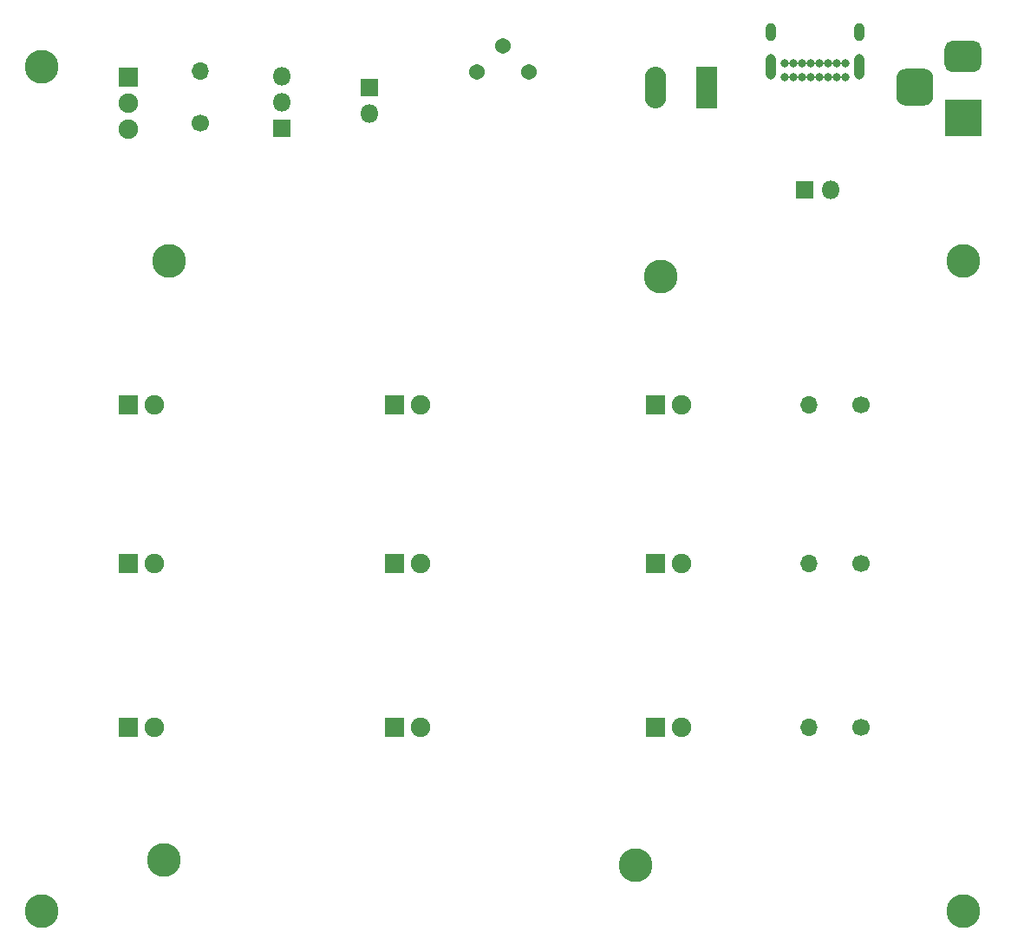
<source format=gbr>
%TF.GenerationSoftware,KiCad,Pcbnew,5.1.6-c6e7f7d~87~ubuntu20.04.1*%
%TF.CreationDate,2020-08-06T11:27:34+01:00*%
%TF.ProjectId,led_matrix,6c65645f-6d61-4747-9269-782e6b696361,rev?*%
%TF.SameCoordinates,Original*%
%TF.FileFunction,Soldermask,Bot*%
%TF.FilePolarity,Negative*%
%FSLAX46Y46*%
G04 Gerber Fmt 4.6, Leading zero omitted, Abs format (unit mm)*
G04 Created by KiCad (PCBNEW 5.1.6-c6e7f7d~87~ubuntu20.04.1) date 2020-08-06 11:27:34*
%MOMM*%
%LPD*%
G01*
G04 APERTURE LIST*
%ADD10C,3.300000*%
%ADD11R,1.900000X1.900000*%
%ADD12C,1.900000*%
%ADD13C,0.800000*%
%ADD14O,1.000000X2.500000*%
%ADD15O,1.000000X1.800000*%
%ADD16R,2.080000X4.060000*%
%ADD17O,2.080000X4.060000*%
%ADD18R,1.800000X1.800000*%
%ADD19O,1.800000X1.800000*%
%ADD20R,3.600000X3.600000*%
%ADD21O,1.900000X1.900000*%
%ADD22C,1.700000*%
%ADD23O,1.700000X1.700000*%
%ADD24C,1.540000*%
G04 APERTURE END LIST*
D10*
%TO.C,REF\u002A\u002A*%
X158000000Y-143000000D03*
%TD*%
%TO.C,REF\u002A\u002A*%
X112000000Y-142500000D03*
%TD*%
%TO.C,REF\u002A\u002A*%
X112500000Y-84000000D03*
%TD*%
%TO.C,REF\u002A\u002A*%
X160500000Y-85500000D03*
%TD*%
%TO.C,REF\u002A\u002A*%
X190000000Y-147500000D03*
%TD*%
%TO.C,REF\u002A\u002A*%
X100000000Y-65000000D03*
%TD*%
%TO.C,REF\u002A\u002A*%
X190000000Y-84000000D03*
%TD*%
%TO.C,REF\u002A\u002A*%
X100000000Y-147500000D03*
%TD*%
D11*
%TO.C,D1*%
X160000000Y-129500000D03*
D12*
X162540000Y-129500000D03*
%TD*%
D11*
%TO.C,D2*%
X160000000Y-113500000D03*
D12*
X162540000Y-113500000D03*
%TD*%
D11*
%TO.C,D3*%
X160000000Y-98000000D03*
D12*
X162540000Y-98000000D03*
%TD*%
%TO.C,D4*%
X137040000Y-129500000D03*
D11*
X134500000Y-129500000D03*
%TD*%
D12*
%TO.C,D5*%
X137040000Y-113500000D03*
D11*
X134500000Y-113500000D03*
%TD*%
D12*
%TO.C,D6*%
X137040000Y-98000000D03*
D11*
X134500000Y-98000000D03*
%TD*%
D12*
%TO.C,D7*%
X111040000Y-129500000D03*
D11*
X108500000Y-129500000D03*
%TD*%
%TO.C,D8*%
X108500000Y-113500000D03*
D12*
X111040000Y-113500000D03*
%TD*%
D11*
%TO.C,D9*%
X108500000Y-98000000D03*
D12*
X111040000Y-98000000D03*
%TD*%
D13*
%TO.C,J1*%
X178500000Y-66000000D03*
X177650000Y-66000000D03*
X176800000Y-66000000D03*
X175950000Y-66000000D03*
X175100000Y-66000000D03*
X174250000Y-66000000D03*
X173400000Y-66000000D03*
X172550000Y-66000000D03*
X177650000Y-64650000D03*
X175950000Y-64650000D03*
X176800000Y-64650000D03*
X178500000Y-64650000D03*
X174250000Y-64650000D03*
X173400000Y-64650000D03*
X172550000Y-64650000D03*
X175100000Y-64650000D03*
D14*
X179850000Y-65020000D03*
X171200000Y-65020000D03*
D15*
X179850000Y-61640000D03*
X171200000Y-61640000D03*
%TD*%
D16*
%TO.C,J2*%
X165000000Y-67000000D03*
D17*
X160000000Y-67000000D03*
%TD*%
D18*
%TO.C,J3*%
X132000000Y-67000000D03*
D19*
X132000000Y-69540000D03*
%TD*%
D20*
%TO.C,J4*%
X190000000Y-70000000D03*
G36*
G01*
X188975000Y-62450000D02*
X191025000Y-62450000D01*
G75*
G02*
X191800000Y-63225000I0J-775000D01*
G01*
X191800000Y-64775000D01*
G75*
G02*
X191025000Y-65550000I-775000J0D01*
G01*
X188975000Y-65550000D01*
G75*
G02*
X188200000Y-64775000I0J775000D01*
G01*
X188200000Y-63225000D01*
G75*
G02*
X188975000Y-62450000I775000J0D01*
G01*
G37*
G36*
G01*
X184400000Y-65200000D02*
X186200000Y-65200000D01*
G75*
G02*
X187100000Y-66100000I0J-900000D01*
G01*
X187100000Y-67900000D01*
G75*
G02*
X186200000Y-68800000I-900000J0D01*
G01*
X184400000Y-68800000D01*
G75*
G02*
X183500000Y-67900000I0J900000D01*
G01*
X183500000Y-66100000D01*
G75*
G02*
X184400000Y-65200000I900000J0D01*
G01*
G37*
%TD*%
D18*
%TO.C,JP1*%
X123500000Y-71000000D03*
D19*
X123500000Y-68460000D03*
X123500000Y-65920000D03*
%TD*%
D11*
%TO.C,Q1*%
X108500000Y-66000000D03*
D21*
X108500000Y-68540000D03*
X108500000Y-71080000D03*
%TD*%
D22*
%TO.C,R1*%
X180000000Y-129500000D03*
D23*
X174920000Y-129500000D03*
%TD*%
%TO.C,R2*%
X174920000Y-113500000D03*
D22*
X180000000Y-113500000D03*
%TD*%
%TO.C,R3*%
X180000000Y-98000000D03*
D23*
X174920000Y-98000000D03*
%TD*%
%TO.C,R4*%
X115500000Y-65420000D03*
D22*
X115500000Y-70500000D03*
%TD*%
D19*
%TO.C,SW1*%
X177040000Y-77000000D03*
D18*
X174500000Y-77000000D03*
%TD*%
D24*
%TO.C,RV1*%
X147580000Y-65500000D03*
X145040000Y-62960000D03*
X142500000Y-65500000D03*
%TD*%
M02*

</source>
